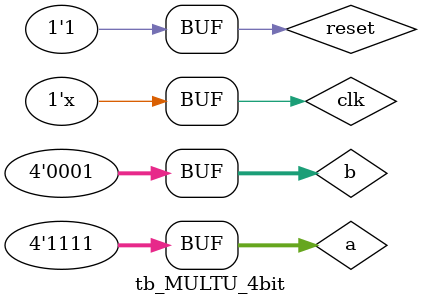
<source format=v>
`timescale 1ns / 1ps

module tb_MULTU_4bit;
    parameter XH = 2022217597;
    // Inputs
    reg        clk = 0;
    reg        reset = 0;
    reg  [3:0] a;
    reg  [3:0] b;
    // Outputs
    wire [7:0] z;
    // 模拟使用时钟信号
    always begin
        #(XH / 2) clk <= ~clk;
    end
    // 实例化 MULTU_4bit 模块
    MULTU_4bit u_MULTU_4bit (
        .clk  (clk),
        .reset(reset),
        .a    (a),
        .b    (b),
        .z    (z)
    );
    // 初始化
    initial begin
        reset = 1;
        #XH;
        a <= 4'b0011;
        b <= 4'b0001;
        #XH;
        a <= 4'b0100;
        b <= 4'b0100;
        #XH;
        a <= 4'b0000;
        b <= 4'b0000;
        #XH;
        a <= 4'b0010;
        b <= 4'b1000;
        #XH;
        a <= 4'b1111;
        b <= 4'b0001;
        #XH;
    end
endmodule

</source>
